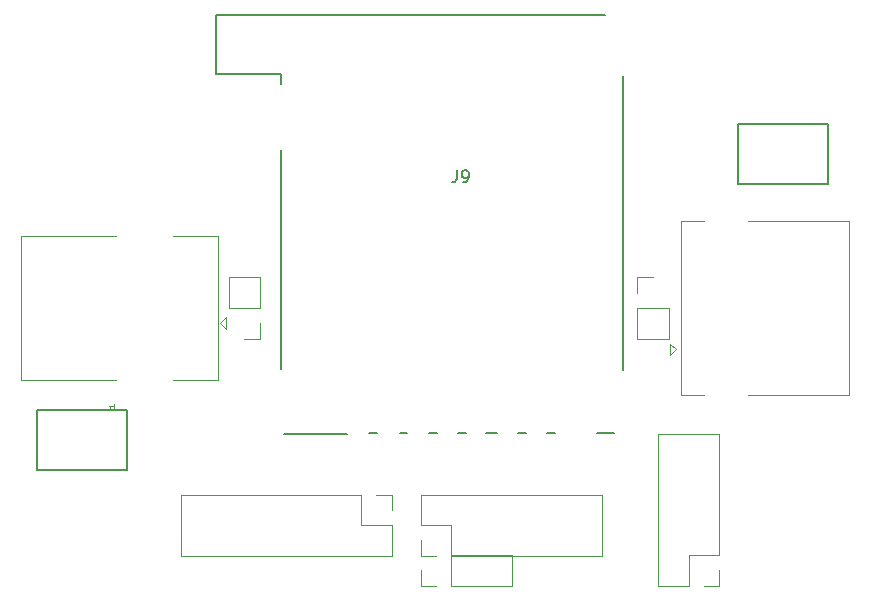
<source format=gbr>
%TF.GenerationSoftware,KiCad,Pcbnew,7.0.7-7.0.7~ubuntu23.04.1*%
%TF.CreationDate,2023-09-27T06:57:11+00:00*%
%TF.ProjectId,USBSDREADER01,55534253-4452-4454-9144-455230312e6b,rev?*%
%TF.SameCoordinates,Original*%
%TF.FileFunction,Legend,Top*%
%TF.FilePolarity,Positive*%
%FSLAX46Y46*%
G04 Gerber Fmt 4.6, Leading zero omitted, Abs format (unit mm)*
G04 Created by KiCad (PCBNEW 7.0.7-7.0.7~ubuntu23.04.1) date 2023-09-27 06:57:11*
%MOMM*%
%LPD*%
G01*
G04 APERTURE LIST*
%ADD10C,0.150000*%
%ADD11C,0.050000*%
%ADD12C,0.120000*%
G04 APERTURE END LIST*
D10*
X42591816Y42143581D02*
X42591816Y41429296D01*
X42591816Y41429296D02*
X42544197Y41286439D01*
X42544197Y41286439D02*
X42448959Y41191200D01*
X42448959Y41191200D02*
X42306102Y41143581D01*
X42306102Y41143581D02*
X42210864Y41143581D01*
X43115626Y41143581D02*
X43306102Y41143581D01*
X43306102Y41143581D02*
X43401340Y41191200D01*
X43401340Y41191200D02*
X43448959Y41238820D01*
X43448959Y41238820D02*
X43544197Y41381677D01*
X43544197Y41381677D02*
X43591816Y41572153D01*
X43591816Y41572153D02*
X43591816Y41953105D01*
X43591816Y41953105D02*
X43544197Y42048343D01*
X43544197Y42048343D02*
X43496578Y42095962D01*
X43496578Y42095962D02*
X43401340Y42143581D01*
X43401340Y42143581D02*
X43210864Y42143581D01*
X43210864Y42143581D02*
X43115626Y42095962D01*
X43115626Y42095962D02*
X43068007Y42048343D01*
X43068007Y42048343D02*
X43020388Y41953105D01*
X43020388Y41953105D02*
X43020388Y41715010D01*
X43020388Y41715010D02*
X43068007Y41619772D01*
X43068007Y41619772D02*
X43115626Y41572153D01*
X43115626Y41572153D02*
X43210864Y41524534D01*
X43210864Y41524534D02*
X43401340Y41524534D01*
X43401340Y41524534D02*
X43496578Y41572153D01*
X43496578Y41572153D02*
X43544197Y41619772D01*
X43544197Y41619772D02*
X43591816Y41715010D01*
D11*
X13608709Y22343858D02*
X13608709Y22058144D01*
X13608709Y22201001D02*
X13108709Y22201001D01*
X13108709Y22201001D02*
X13180138Y22153382D01*
X13180138Y22153382D02*
X13227757Y22105763D01*
X13227757Y22105763D02*
X13251566Y22058144D01*
D12*
%TO.C,J7*%
X39520000Y9495000D02*
X39520000Y10825000D01*
X40850000Y9495000D02*
X39520000Y9495000D01*
X42120000Y9495000D02*
X54880000Y9495000D01*
X42120000Y9495000D02*
X42120000Y12095000D01*
X54880000Y9495000D02*
X54880000Y14695000D01*
X39520000Y12095000D02*
X39520000Y14695000D01*
X42120000Y12095000D02*
X39520000Y12095000D01*
X39520000Y14695000D02*
X54880000Y14695000D01*
D10*
%TO.C,J9*%
X33311250Y19841600D02*
X27951850Y19841600D01*
X35190850Y19867000D02*
X35813150Y19867000D01*
X37743550Y19867000D02*
X38365850Y19867000D01*
X40258150Y19867000D02*
X40905850Y19867000D01*
X45096850Y19867000D02*
X45249250Y19867000D01*
X45249250Y19867000D02*
X45960450Y19867000D01*
X47763850Y19867000D02*
X48424250Y19867000D01*
X50189550Y19867000D02*
X50926150Y19867000D01*
X42696550Y19879700D02*
X43407750Y19879700D01*
X54494850Y19879700D02*
X55879150Y19879700D01*
X56650850Y25277200D02*
X56650850Y50118400D01*
X27700850Y25315300D02*
X27700850Y43870000D01*
X27700850Y49445300D02*
X27700850Y50270800D01*
X22225850Y50270800D02*
X22225850Y55300000D01*
X27700850Y50270800D02*
X22225850Y50270800D01*
X22225850Y55300000D02*
X55175850Y55300000D01*
D12*
%TO.C,J6*%
X64830000Y6970000D02*
X63500000Y6970000D01*
X64830000Y8300000D02*
X64830000Y6970000D01*
X64830000Y9570000D02*
X64830000Y19790000D01*
X64830000Y9570000D02*
X62230000Y9570000D01*
X64830000Y19790000D02*
X59630000Y19790000D01*
X62230000Y6970000D02*
X59630000Y6970000D01*
X62230000Y9570000D02*
X62230000Y6970000D01*
X59630000Y6970000D02*
X59630000Y19790000D01*
%TO.C,J10*%
X25942500Y27875001D02*
X24612500Y27875001D01*
X25942500Y29205001D02*
X25942500Y27875001D01*
X25942500Y30475001D02*
X25942500Y33075001D01*
X25942500Y30475001D02*
X23282500Y30475001D01*
X25942500Y33075001D02*
X23282500Y33075001D01*
X23282500Y30475001D02*
X23282500Y33075001D01*
%TO.C,J2*%
X23050000Y28730001D02*
X23050000Y29730001D01*
X23050000Y29730001D02*
X22550000Y29230001D01*
X22550000Y29230001D02*
X23050000Y28730001D01*
X22350000Y24370001D02*
X18600000Y24370001D01*
X22350000Y36590001D02*
X22350000Y24370001D01*
X22350000Y36590001D02*
X18600000Y36590001D01*
X5730000Y24370001D02*
X13700000Y24370001D01*
X5730000Y36590001D02*
X13700000Y36590001D01*
X5730000Y36590001D02*
X5730000Y24370001D01*
D10*
%TO.C,J1*%
X66370000Y40960000D02*
X66370000Y46040000D01*
X73990000Y40960000D02*
X66370000Y40960000D01*
X66370000Y46040000D02*
X73990000Y46040000D01*
X73990000Y46040000D02*
X73990000Y40960000D01*
D12*
%TO.C,J3*%
X61552500Y23120001D02*
X63532500Y23120001D01*
X61552500Y23120001D02*
X61552500Y37840001D01*
X67232500Y23120001D02*
X75772500Y23120001D01*
X75772500Y23120001D02*
X75772500Y37840001D01*
X60672500Y26480001D02*
X61172500Y26980001D01*
X61172500Y26980001D02*
X60672500Y27480001D01*
X60672500Y27480001D02*
X60672500Y26480001D01*
X63532500Y37840001D02*
X61552500Y37840001D01*
X67232500Y37840001D02*
X75772500Y37840001D01*
%TO.C,J5*%
X37100000Y14695000D02*
X37100000Y13365000D01*
X35770000Y14695000D02*
X37100000Y14695000D01*
X34500000Y14695000D02*
X19200000Y14695000D01*
X34500000Y14695000D02*
X34500000Y12095000D01*
X19200000Y14695000D02*
X19200000Y9495000D01*
X37100000Y12095000D02*
X37100000Y9495000D01*
X34500000Y12095000D02*
X37100000Y12095000D01*
X37100000Y9495000D02*
X19200000Y9495000D01*
%TO.C,J11*%
X57870000Y33085001D02*
X59200000Y33085001D01*
X57870000Y31755001D02*
X57870000Y33085001D01*
X57870000Y30485001D02*
X57870000Y27885001D01*
X57870000Y30485001D02*
X60530000Y30485001D01*
X57870000Y27885001D02*
X60530000Y27885001D01*
X60530000Y30485001D02*
X60530000Y27885001D01*
%TO.C,J8*%
X39520000Y6955000D02*
X39520000Y8285000D01*
X40850000Y6955000D02*
X39520000Y6955000D01*
X42120000Y6955000D02*
X47260000Y6955000D01*
X42120000Y6955000D02*
X42120000Y9615000D01*
X47260000Y6955000D02*
X47260000Y9615000D01*
X42120000Y9615000D02*
X47260000Y9615000D01*
D10*
%TO.C,J4*%
X14650000Y21820000D02*
X14650000Y16740000D01*
X7030000Y21820000D02*
X14650000Y21820000D01*
X14650000Y16740000D02*
X7030000Y16740000D01*
X7030000Y16740000D02*
X7030000Y21820000D01*
%TD*%
M02*

</source>
